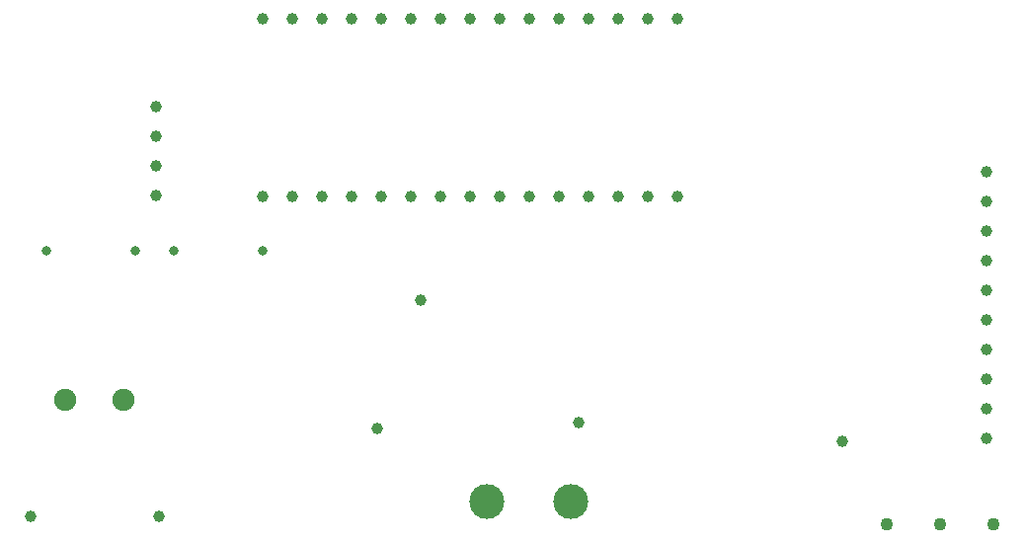
<source format=gbr>
%TF.GenerationSoftware,KiCad,Pcbnew,6.0.7*%
%TF.CreationDate,2023-02-15T11:14:18-05:00*%
%TF.ProjectId,Actuator Driver,41637475-6174-46f7-9220-447269766572,rev?*%
%TF.SameCoordinates,Original*%
%TF.FileFunction,Plated,1,2,PTH,Drill*%
%TF.FilePolarity,Positive*%
%FSLAX46Y46*%
G04 Gerber Fmt 4.6, Leading zero omitted, Abs format (unit mm)*
G04 Created by KiCad (PCBNEW 6.0.7) date 2023-02-15 11:14:18*
%MOMM*%
%LPD*%
G01*
G04 APERTURE LIST*
%TA.AperFunction,ComponentDrill*%
%ADD10C,0.800000*%
%TD*%
%TA.AperFunction,ViaDrill*%
%ADD11C,1.000000*%
%TD*%
%TA.AperFunction,ComponentDrill*%
%ADD12C,1.000000*%
%TD*%
%TA.AperFunction,ComponentDrill*%
%ADD13C,1.100000*%
%TD*%
%TA.AperFunction,ComponentDrill*%
%ADD14C,1.900000*%
%TD*%
%TA.AperFunction,ComponentDrill*%
%ADD15C,3.000000*%
%TD*%
G04 APERTURE END LIST*
D10*
%TO.C,R6*%
X108890000Y-108300000D03*
X116510000Y-108300000D03*
%TO.C,R5*%
X119790000Y-108300000D03*
X127410000Y-108300000D03*
%TD*%
D11*
X137250000Y-123500000D03*
X141000000Y-112500000D03*
X154500000Y-123000000D03*
X177150000Y-124590000D03*
D12*
%TO.C,PWRIN*%
X107500000Y-131075000D03*
%TO.C,Transmitter*%
X118320000Y-95940000D03*
X118320000Y-98480000D03*
X118320000Y-101020000D03*
X118320000Y-103560000D03*
%TO.C,PWRIN*%
X118500000Y-131075000D03*
%TO.C,A1*%
X127450000Y-88370000D03*
X127450000Y-103610000D03*
X129990000Y-88370000D03*
X129990000Y-103610000D03*
X132530000Y-88370000D03*
X132530000Y-103610000D03*
X135070000Y-88370000D03*
X135070000Y-103610000D03*
X137610000Y-88370000D03*
X137610000Y-103610000D03*
X140150000Y-88370000D03*
X140150000Y-103610000D03*
X142690000Y-88370000D03*
X142690000Y-103610000D03*
X145230000Y-88370000D03*
X145230000Y-103610000D03*
X147770000Y-88370000D03*
X147770000Y-103610000D03*
X150310000Y-88370000D03*
X150310000Y-103610000D03*
X152850000Y-88370000D03*
X152850000Y-103610000D03*
X155390000Y-88370000D03*
X155390000Y-103610000D03*
X157930000Y-88370000D03*
X157930000Y-103610000D03*
X160470000Y-88370000D03*
X160470000Y-103610000D03*
X163010000Y-88370000D03*
X163010000Y-103610000D03*
%TO.C,MD2*%
X189525000Y-101500000D03*
X189525000Y-104040000D03*
X189525000Y-106580000D03*
X189525000Y-109120000D03*
X189525000Y-111660000D03*
X189525000Y-114200000D03*
X189525000Y-116740000D03*
X189525000Y-119280000D03*
X189525000Y-121820000D03*
X189525000Y-124360000D03*
D13*
%TO.C,RV1*%
X180900000Y-131750000D03*
X185500000Y-131750000D03*
X190100000Y-131750000D03*
D14*
%TO.C,PWRIN*%
X110500000Y-121075000D03*
X115500000Y-121075000D03*
D15*
%TO.C,M1*%
X146650000Y-129750000D03*
X153850000Y-129750000D03*
M02*

</source>
